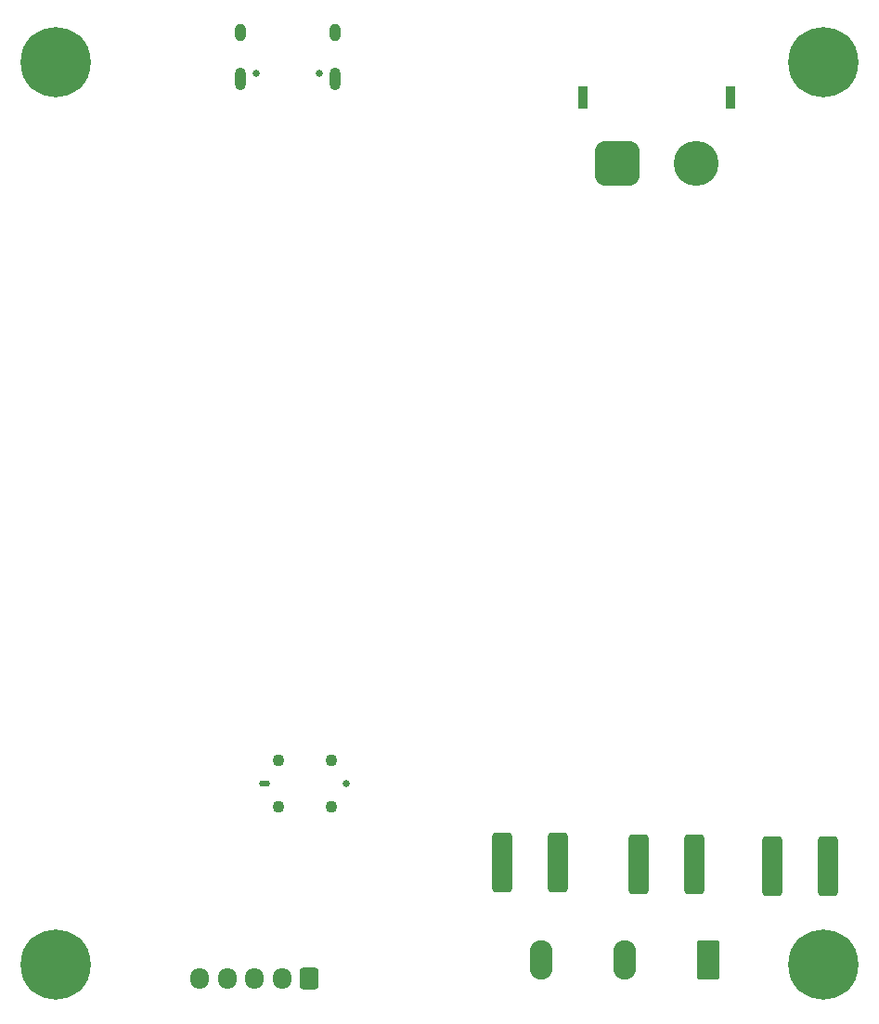
<source format=gbr>
%TF.GenerationSoftware,KiCad,Pcbnew,9.0.0-9.0.0-2~ubuntu22.04.1*%
%TF.CreationDate,2025-03-27T09:55:15+01:00*%
%TF.ProjectId,Motor_driver,4d6f746f-725f-4647-9269-7665722e6b69,rev?*%
%TF.SameCoordinates,Original*%
%TF.FileFunction,Soldermask,Bot*%
%TF.FilePolarity,Negative*%
%FSLAX46Y46*%
G04 Gerber Fmt 4.6, Leading zero omitted, Abs format (unit mm)*
G04 Created by KiCad (PCBNEW 9.0.0-9.0.0-2~ubuntu22.04.1) date 2025-03-27 09:55:15*
%MOMM*%
%LPD*%
G01*
G04 APERTURE LIST*
G04 Aperture macros list*
%AMRoundRect*
0 Rectangle with rounded corners*
0 $1 Rounding radius*
0 $2 $3 $4 $5 $6 $7 $8 $9 X,Y pos of 4 corners*
0 Add a 4 corners polygon primitive as box body*
4,1,4,$2,$3,$4,$5,$6,$7,$8,$9,$2,$3,0*
0 Add four circle primitives for the rounded corners*
1,1,$1+$1,$2,$3*
1,1,$1+$1,$4,$5*
1,1,$1+$1,$6,$7*
1,1,$1+$1,$8,$9*
0 Add four rect primitives between the rounded corners*
20,1,$1+$1,$2,$3,$4,$5,0*
20,1,$1+$1,$4,$5,$6,$7,0*
20,1,$1+$1,$6,$7,$8,$9,0*
20,1,$1+$1,$8,$9,$2,$3,0*%
G04 Aperture macros list end*
%ADD10C,0.800000*%
%ADD11C,6.400000*%
%ADD12RoundRect,0.250001X0.799999X1.549999X-0.799999X1.549999X-0.799999X-1.549999X0.799999X-1.549999X0*%
%ADD13O,2.100000X3.600000*%
%ADD14C,0.660000*%
%ADD15O,1.000000X0.580000*%
%ADD16C,1.100000*%
%ADD17RoundRect,0.250000X0.600000X0.725000X-0.600000X0.725000X-0.600000X-0.725000X0.600000X-0.725000X0*%
%ADD18O,1.700000X1.950000*%
%ADD19C,0.650000*%
%ADD20O,1.000000X2.100000*%
%ADD21O,1.000000X1.600000*%
%ADD22R,0.900000X2.000000*%
%ADD23RoundRect,1.025000X-1.025000X-1.025000X1.025000X-1.025000X1.025000X1.025000X-1.025000X1.025000X0*%
%ADD24C,4.100000*%
%ADD25RoundRect,0.250000X-0.650000X-2.450000X0.650000X-2.450000X0.650000X2.450000X-0.650000X2.450000X0*%
G04 APERTURE END LIST*
D10*
%TO.C,H3*%
X67600000Y-61000000D03*
X68302944Y-59302944D03*
X68302944Y-62697056D03*
X70000000Y-58600000D03*
D11*
X70000000Y-61000000D03*
D10*
X70000000Y-63400000D03*
X71697056Y-59302944D03*
X71697056Y-62697056D03*
X72400000Y-61000000D03*
%TD*%
D12*
%TO.C,J3*%
X129500000Y-142900000D03*
D13*
X121880000Y-142900000D03*
X114260000Y-142900000D03*
%TD*%
D14*
%TO.C,J6*%
X96479899Y-126806573D03*
D15*
X88979901Y-126806573D03*
D16*
X95129900Y-128956573D03*
X95129900Y-124656573D03*
X90329900Y-128956573D03*
X90329900Y-124656573D03*
%TD*%
D17*
%TO.C,J2*%
X93100000Y-144600000D03*
D18*
X90600000Y-144600000D03*
X88100000Y-144600000D03*
X85600000Y-144600000D03*
X83100000Y-144600000D03*
%TD*%
D19*
%TO.C,J5*%
X94000000Y-62000000D03*
X88220000Y-62000000D03*
D20*
X95430000Y-62500000D03*
D21*
X95430000Y-58320000D03*
D20*
X86790000Y-62500000D03*
D21*
X86790000Y-58320000D03*
%TD*%
D10*
%TO.C,H4*%
X67600000Y-143302944D03*
X68302944Y-141605888D03*
X68302944Y-145000000D03*
X70000000Y-140902944D03*
D11*
X70000000Y-143302944D03*
D10*
X70000000Y-145702944D03*
X71697056Y-141605888D03*
X71697056Y-145000000D03*
X72400000Y-143302944D03*
%TD*%
%TO.C,H1*%
X137600000Y-143302944D03*
X138302944Y-141605888D03*
X138302944Y-145000000D03*
X140000000Y-140902944D03*
D11*
X140000000Y-143302944D03*
D10*
X140000000Y-145702944D03*
X141697056Y-141605888D03*
X141697056Y-145000000D03*
X142400000Y-143302944D03*
%TD*%
%TO.C,H2*%
X137600000Y-61000000D03*
X138302944Y-59302944D03*
X138302944Y-62697056D03*
X140000000Y-58600000D03*
D11*
X140000000Y-61000000D03*
D10*
X140000000Y-63400000D03*
X141697056Y-59302944D03*
X141697056Y-62697056D03*
X142400000Y-61000000D03*
%TD*%
D22*
%TO.C,J1*%
X118050000Y-64200000D03*
X131550000Y-64200000D03*
D23*
X121200000Y-70200000D03*
D24*
X128400000Y-70200000D03*
%TD*%
D25*
%TO.C,C21*%
X110700000Y-134000000D03*
X115800000Y-134000000D03*
%TD*%
%TO.C,C20*%
X135300000Y-134300000D03*
X140400000Y-134300000D03*
%TD*%
%TO.C,C19*%
X123100000Y-134200000D03*
X128200000Y-134200000D03*
%TD*%
M02*

</source>
